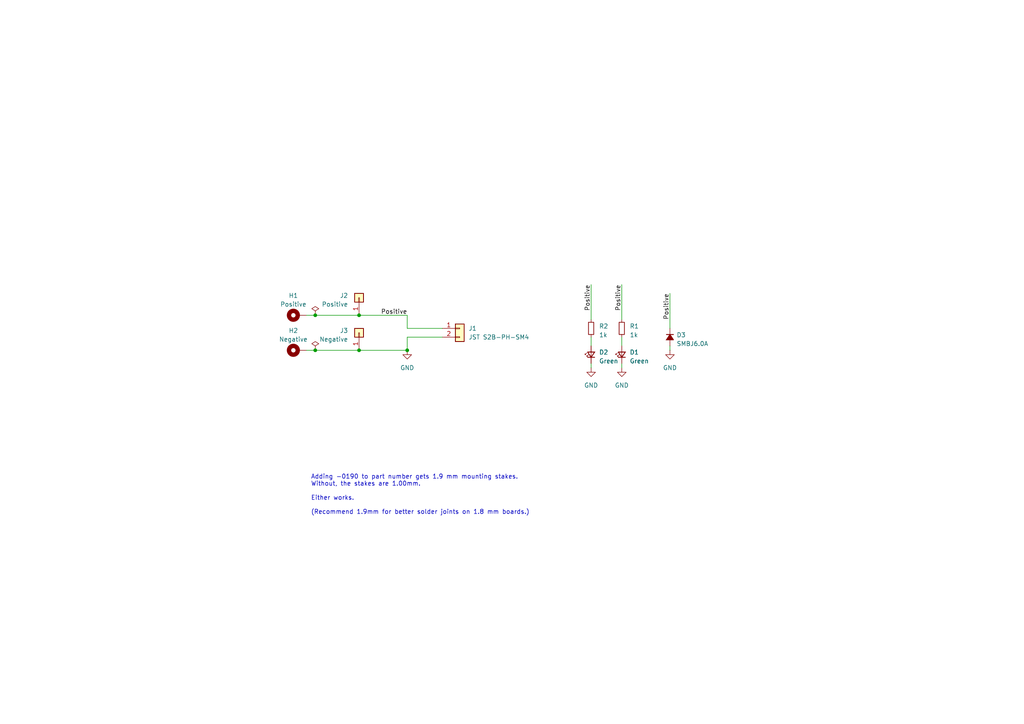
<source format=kicad_sch>
(kicad_sch (version 20231120) (generator "eeschema") (generator_version "8.0")
  (paper "A4")
  (title_block (title "Banana to JST PH SM4 (LiPo)") (date "2024-07-10") (rev "2") (company "baldengineer.com"))
  (lib_symbols
    (symbol "Connector_Generic:Conn_01x01" (pin_names (offset 1.016) hide)
      (property "Reference" "J" (at 0 2.54 0))
      (property "Value" "Conn_01x01" (at 0 -2.54 0))
      (symbol "Conn_01x01_1_1"
        (rectangle (start -1.27 0.127) (end 0 -0.127) (stroke (width 0.1524)))
        (rectangle (start -1.27 1.27) (end 1.27 -1.27) (stroke (width 0.254)) (fill (type background)))
        (pin passive line (at -5.08 0 0) (length 3.81) (name "Pin_1") (number "1"))
      )
    )
    (symbol "Connector_Generic:Conn_01x02" (pin_names (offset 1.016) hide)
      (property "Reference" "J" (at 0 2.54 0))
      (property "Value" "Conn_01x02" (at 0 -5.08 0))
      (symbol "Conn_01x02_1_1"
        (rectangle (start -1.27 -2.413) (end 0 -2.667) (stroke (width 0.1524)))
        (rectangle (start -1.27 0.127) (end 0 -0.127) (stroke (width 0.1524)))
        (rectangle (start -1.27 1.27) (end 1.27 -3.81) (stroke (width 0.254)) (fill (type background)))
        (pin passive line (at -5.08 0 0) (length 3.81) (name "Pin_1") (number "1"))
        (pin passive line (at -5.08 -2.54 0) (length 3.81) (name "Pin_2") (number "2"))
      )
    )
    (symbol "Device:D_Small_Filled" (pin_numbers hide) (pin_names (offset 0.254) hide)
      (property "Reference" "D" (at -1.27 2.032 0))
      (property "Value" "D_Small_Filled" (at -3.81 -2.032 0))
      (symbol "D_Small_Filled_0_1"
        (polyline (pts (xy -0.762 -1.016) (xy -0.762 1.016)) (stroke (width 0.254)))
        (polyline (pts (xy -0.762 0) (xy 0.762 0)))
        (polyline (pts (xy 0.762 -1.016) (xy -0.762 0) (xy 0.762 1.016) (xy 0.762 -1.016)) (stroke (width 0.254)) (fill (type outline)))
      )
      (symbol "D_Small_Filled_1_1"
        (pin passive line (at -2.54 0 0) (length 1.778) (name "K") (number "1"))
        (pin passive line (at 2.54 0 180) (length 1.778) (name "A") (number "2"))
      )
    )
    (symbol "Device:LED_Small" (pin_numbers hide) (pin_names (offset 0.254) hide)
      (property "Reference" "D" (at -1.27 3.175 0))
      (property "Value" "LED_Small" (at -4.445 -2.54 0))
      (symbol "LED_Small_0_1"
        (polyline (pts (xy -0.762 -1.016) (xy -0.762 1.016)) (stroke (width 0.254)))
        (polyline (pts (xy 1.016 0) (xy -0.762 0)))
        (polyline (pts (xy 0.762 -1.016) (xy -0.762 0) (xy 0.762 1.016) (xy 0.762 -1.016)) (stroke (width 0.254)))
        (polyline (pts (xy 0 0.762) (xy -0.508 1.27) (xy -0.254 1.27) (xy -0.508 1.27) (xy -0.508 1.016)))
        (polyline (pts (xy 0.508 1.27) (xy 0 1.778) (xy 0.254 1.778) (xy 0 1.778) (xy 0 1.524)))
      )
      (symbol "LED_Small_1_1"
        (pin passive line (at -2.54 0 0) (length 1.778) (name "K") (number "1"))
        (pin passive line (at 2.54 0 180) (length 1.778) (name "A") (number "2"))
      )
    )
    (symbol "Device:R_Small" (pin_numbers hide) (pin_names (offset 0.254) hide)
      (property "Reference" "R" (at 0.762 0.508 0))
      (property "Value" "R_Small" (at 0.762 -1.016 0))
      (symbol "R_Small_0_1"
        (rectangle (start -0.762 1.778) (end 0.762 -1.778) (stroke (width 0.2032)))
      )
      (symbol "R_Small_1_1"
        (pin passive line (at 0 2.54 270) (length 0.762) (name "~") (number "1"))
        (pin passive line (at 0 -2.54 90) (length 0.762) (name "~") (number "2"))
      )
    )
    (symbol "Mechanical:MountingHole_Pad" (pin_numbers hide) (pin_names (offset 1.016) hide)
      (property "Reference" "H" (at 0 6.35 0))
      (property "Value" "MountingHole_Pad" (at 0 4.445 0))
      (symbol "MountingHole_Pad_0_1"
        (circle (center 0 1.27) (radius 1.27) (stroke (width 1.27)))
      )
      (symbol "MountingHole_Pad_1_1"
        (pin input line (at 0 -2.54 90) (length 2.54) (name "1") (number "1"))
      )
    )
    (symbol "power:GND" (power) (pin_numbers hide) (pin_names (offset 0) hide)
      (property "Value" "GND" (at 0 -3.81 0))
      (symbol "GND_0_1"
        (polyline (pts (xy 0 0) (xy 0 -1.27) (xy 1.27 -1.27) (xy 0 -2.54) (xy -1.27 -1.27) (xy 0 -1.27)))
      )
      (symbol "GND_1_1"
        (pin power_in line (at 0 0 270) (length 0) (name "~") (number "1"))
      )
    )
    (symbol "power:PWR_FLAG" (power) (pin_numbers hide) (pin_names (offset 0) hide)
      (property "Value" "PWR_FLAG" (at 0 3.81 0))
      (symbol "PWR_FLAG_0_0"
        (pin power_out line (at 0 0 90) (length 0) (name "~") (number "1"))
      )
      (symbol "PWR_FLAG_0_1"
        (polyline (pts (xy 0 0) (xy 0 1.27) (xy -1.016 1.905) (xy 0 2.54) (xy 1.016 1.905) (xy 0 1.27)))
      )
    )
  )
  (junction (at 91.44 91.44))
  (junction (at 104.14 91.44))
  (junction (at 104.14 101.6))
  (junction (at 118.11 101.6))
  (junction (at 91.44 101.6))
  (wire (pts (xy 104.14 101.6) (xy 118.11 101.6)))
  (wire (pts (xy 88.9 101.6) (xy 91.44 101.6)))
  (wire (pts (xy 180.34 97.79) (xy 180.34 100.33)))
  (wire (pts (xy 180.34 105.41) (xy 180.34 106.68)))
  (wire (pts (xy 194.31 85.09) (xy 194.31 95.25)))
  (wire (pts (xy 118.11 97.79) (xy 128.27 97.79)))
  (wire (pts (xy 88.9 91.44) (xy 91.44 91.44)))
  (wire (pts (xy 118.11 95.25) (xy 118.11 91.44)))
  (wire (pts (xy 118.11 101.6) (xy 118.11 97.79)))
  (wire (pts (xy 91.44 91.44) (xy 104.14 91.44)))
  (wire (pts (xy 91.44 101.6) (xy 104.14 101.6)))
  (wire (pts (xy 171.45 105.41) (xy 171.45 106.68)))
  (wire (pts (xy 194.31 100.33) (xy 194.31 101.6)))
  (wire (pts (xy 128.27 95.25) (xy 118.11 95.25)))
  (wire (pts (xy 180.34 82.55) (xy 180.34 92.71)))
  (wire (pts (xy 171.45 82.55) (xy 171.45 92.71)))
  (wire (pts (xy 171.45 97.79) (xy 171.45 100.33)))
  (wire (pts (xy 104.14 91.44) (xy 118.11 91.44)))
  (text "Adding -0190 to part number gets 1.9 mm mounting stakes.\nWithout, the stakes are 1.00mm.\n\nEither works.\n\n(Recommend 1.9mm for better solder joints on 1.8 mm boards.)\n" (at 90.17 143.51 0) (effects (font (size 1.27 1.27)) (justify left)))
  (label "Positive" (at 118.11 91.44 180) (property "Netclass" "Power" (effects (hide yes))))
  (label "Positive" (at 180.34 82.55 270) (property "Netclass" "Power" (effects (hide yes))))
  (label "Positive" (at 171.45 82.55 270) (property "Netclass" "Power" (effects (hide yes))))
  (label "Positive" (at 194.31 85.09 270) (property "Netclass" "Power" (effects (hide yes))))
  (symbol (lib_id "Mechanical:MountingHole_Pad") (at 86.36 101.6 90) (unit 1)
    (property "Reference" "H2" (at 85.09 95.885 90))
    (property "Value" "Negative" (at 85.09 98.425 90))
    (property "Footprint" "MountingHole:MountingHole_3.2mm_M3_Pad_Via" (effects (hide yes)))
  )
  (symbol (lib_id "power:GND") (at 118.11 101.6 0) (unit 1)
    (property "Reference" "#PWR02" (effects (hide yes)))
    (property "Value" "GND" (at 118.11 106.68 0))
    (property "Description" "Power symbol creates a global label with name \"GND\" , ground" (effects (hide yes)))
  )
  (symbol (lib_id "Device:LED_Small") (at 171.45 102.87 90) (unit 1)
    (property "Reference" "D2" (at 173.736 102.1715 90) (effects (justify right)))
    (property "Value" "Green" (at 173.736 104.7115 90) (effects (justify right)))
    (property "Footprint" "LED_SMD:LED_1206_3216Metric_Pad1.42x1.75mm_HandSolder" (effects (hide yes)))
  )
  (symbol (lib_id "power:GND") (at 180.34 106.68 0) (unit 1)
    (property "Reference" "#PWR03" (effects (hide yes)))
    (property "Value" "GND" (at 180.34 111.76 0))
    (property "Description" "Power symbol creates a global label with name \"GND\" , ground" (effects (hide yes)))
  )
  (symbol (lib_id "power:GND") (at 171.45 106.68 0) (unit 1)
    (property "Reference" "#PWR05" (effects (hide yes)))
    (property "Value" "GND" (at 171.45 111.76 0))
    (property "Description" "Power symbol creates a global label with name \"GND\" , ground" (effects (hide yes)))
  )
  (symbol (lib_id "Connector_Generic:Conn_01x01") (at 104.14 96.52 270) (mirror x) (unit 1)
    (property "Reference" "J3" (at 100.965 95.885 90) (effects (justify right)))
    (property "Value" "Negative" (at 100.965 98.425 90) (effects (justify right)))
    (property "Footprint" "Connector_PinHeader_2.54mm:PinHeader_1x01_P2.54mm_Vertical" (effects (hide yes)))
  )
  (symbol (lib_id "Device:D_Small_Filled") (at 194.31 97.79 270) (unit 1)
    (property "Reference" "D3" (at 196.215 97.155 90) (effects (justify left)))
    (property "Value" "SMBJ6.0A" (at 196.215 99.695 90) (effects (justify left)))
    (property "Footprint" "Diode_SMD:D_SMA-SMB_Universal_Handsoldering" (effects (hide yes)))
    (property "Datasheet" "https://www.farnell.com/datasheets/1874873.pdf" (effects (hide yes)))
    (property "Sim.Device" "D" (effects (hide yes)))
    (property "Sim.Pins" "1=K 2=A" (effects (hide yes)))
  )
  (symbol (lib_id "power:PWR_FLAG") (at 91.44 101.6 0) (unit 1)
    (property "Reference" "#FLG01" (effects (hide yes)))
    (property "Value" "PWR_FLAG" (effects (hide yes)))
    (property "Description" "Special symbol for telling ERC where power comes from" (effects (hide yes)))
  )
  (symbol (lib_id "power:GND") (at 194.31 101.6 0) (unit 1)
    (property "Reference" "#PWR04" (effects (hide yes)))
    (property "Value" "GND" (at 194.31 106.68 0))
    (property "Description" "Power symbol creates a global label with name \"GND\" , ground" (effects (hide yes)))
  )
  (symbol (lib_id "Device:R_Small") (at 171.45 95.25 0) (unit 1)
    (property "Reference" "R2" (at 173.736 94.615 0) (effects (justify left)))
    (property "Value" "1k" (at 173.736 97.155 0) (effects (justify left)))
    (property "Footprint" "Resistor_SMD:R_1206_3216Metric_Pad1.30x1.75mm_HandSolder" (effects (hide yes)))
  )
  (symbol (lib_id "Device:R_Small") (at 180.34 95.25 0) (unit 1)
    (property "Reference" "R1" (at 182.626 94.615 0) (effects (justify left)))
    (property "Value" "1k" (at 182.626 97.155 0) (effects (justify left)))
    (property "Footprint" "Resistor_SMD:R_1206_3216Metric_Pad1.30x1.75mm_HandSolder" (effects (hide yes)))
  )
  (symbol (lib_id "Mechanical:MountingHole_Pad") (at 86.36 91.44 90) (unit 1)
    (property "Reference" "H1" (at 85.09 85.725 90))
    (property "Value" "Positive" (at 85.09 88.265 90))
    (property "Footprint" "MountingHole:MountingHole_3.2mm_M3_Pad_Via" (effects (hide yes)))
  )
  (symbol (lib_id "Device:LED_Small") (at 180.34 102.87 90) (unit 1)
    (property "Reference" "D1" (at 182.626 102.1715 90) (effects (justify right)))
    (property "Value" "Green" (at 182.626 104.7115 90) (effects (justify right)))
    (property "Footprint" "LED_SMD:LED_1206_3216Metric_Pad1.42x1.75mm_HandSolder" (effects (hide yes)))
  )
  (symbol (lib_id "Connector_Generic:Conn_01x02") (at 133.35 95.25 0) (unit 1)
    (property "Reference" "J1" (at 135.89 95.2499 0) (effects (justify left)))
    (property "Value" "JST S2B-PH-SM4" (at 135.89 97.7899 0) (effects (justify left)))
    (property "Footprint" "Connector_JST:JST_PH_S2B-PH-SM4-TB_1x02-1MP_P2.00mm_Horizontal" (effects (hide yes)))
    (property "Description" "Generic connector, single row, 01x02, script generated (kicad-library-utils/schlib/autogen/connector/)" (effects (hide yes)))
  )
  (symbol (lib_id "Connector_Generic:Conn_01x01") (at 104.14 86.36 270) (mirror x) (unit 1)
    (property "Reference" "J2" (at 100.965 85.725 90) (effects (justify right)))
    (property "Value" "Positive" (at 100.965 88.265 90) (effects (justify right)))
    (property "Footprint" "Connector_PinHeader_2.54mm:PinHeader_1x01_P2.54mm_Vertical" (effects (hide yes)))
  )
  (symbol (lib_id "power:PWR_FLAG") (at 91.44 91.44 0) (unit 1)
    (property "Reference" "#FLG02" (effects (hide yes)))
    (property "Value" "PWR_FLAG" (effects (hide yes)))
    (property "Description" "Special symbol for telling ERC where power comes from" (effects (hide yes)))
  )
)
</source>
